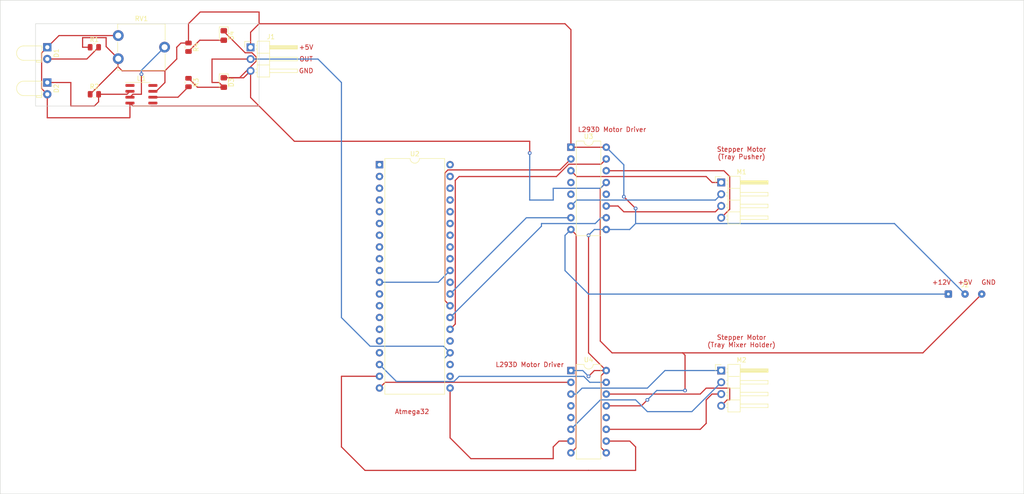
<source format=kicad_pcb>
(kicad_pcb (version 20211014) (generator pcbnew)
  (layers (0 "F.Cu" signal) (31 "B.Cu" signal) (34 "B.Paste" user) (35 "F.Paste" user) (36 "B.SilkS" user "B.Silkscreen") (37 "F.SilkS" user "F.Silkscreen") (38 "B.Mask" user) (39 "F.Mask" user) (44 "Edge.Cuts" user))
  (net 0 "")
  (net 1 "Net-(D3-Pad2)")
  (net 2 "Net-(D1-Pad2)")
  (net 3 "Net-(D2-Pad1)")
  (net 4 "Net-(R3-Pad2)")
  (net 5 "Net-(D4-Pad2)")
  (net 6 "Net-(RV1-Pad2)")
  (net 20 "Net-(U2-Pad11)")
  (net 27 "Net-(U2-Pad18)")
  (net 28 "Net-(U2-Pad19)")
  (net 29 "Net-(U2-Pad20)")
  (net 30 "Net-(U2-Pad21)")
  (net 34 "Net-(U2-Pad26)")
  (net 35 "Net-(U2-Pad27)")
  (net 36 "Net-(U2-Pad28)")
  (net 37 "Net-(U2-Pad29)")
  (net 48 "+5V")
  (net 49 "Net-(M1-Pad1)")
  (net 52 "Net-(M1-Pad2)")
  (net 53 "+12V")
  (net 54 "Net-(M1-Pad3)")
  (net 56 "GND")
  (net 57 "Net-(M1-Pad4)")
  (net 58 "Net-(M2-Pad1)")
  (net 61 "Net-(M2-Pad2)")
  (net 62 "Net-(M2-Pad3)")
  (net 64 "Net-(M2-Pad4)")
  (footprint "Package_DIP:DIP-40_W15.24mm" (layer "F.Cu") (at 104.73 58.4)
    (fp_text reference "U2" (at 7.62 -2.33) (layer "F.SilkS"))
    (fp_text value "ATmega32L-8P")
    (fp_line (start 1.16 -1.33) (end 1.16 49.59) (layer "F.SilkS") (width 0.12))
    (fp_line (start 6.62 -1.33) (end 1.16 -1.33) (layer "F.SilkS") (width 0.12))
    (fp_line (start 14.08 49.59) (end 14.08 -1.33) (layer "F.SilkS") (width 0.12))
    (fp_line (start 14.08 -1.33) (end 8.62 -1.33) (layer "F.SilkS") (width 0.12))
    (fp_line (start 1.16 49.59) (end 14.08 49.59) (layer "F.SilkS") (width 0.12))
    (fp_arc (start 8.62 -1.33) (mid 7.62 -0.33) (end 6.62 -1.33) (layer "F.SilkS") (width 0.12))
    (pad "1" thru_hole rect (at 0 0) (size 1.6 1.6) (drill 0.8) (layers *.Cu *.Mask))
    (pad "2" thru_hole oval (at 0 2.54) (size 1.6 1.6) (drill 0.8) (layers *.Cu *.Mask))
    (pad "3" thru_hole oval (at 0 5.08) (size 1.6 1.6) (drill 0.8) (layers *.Cu *.Mask))
    (pad "4" thru_hole oval (at 0 7.62) (size 1.6 1.6) (drill 0.8) (layers *.Cu *.Mask))
    (pad "5" thru_hole oval (at 0 10.16) (size 1.6 1.6) (drill 0.8) (layers *.Cu *.Mask))
    (pad "6" thru_hole oval (at 0 12.7) (size 1.6 1.6) (drill 0.8) (layers *.Cu *.Mask))
    (pad "7" thru_hole oval (at 0 15.24) (size 1.6 1.6) (drill 0.8) (layers *.Cu *.Mask))
    (pad "8" thru_hole oval (at 0 17.78) (size 1.6 1.6) (drill 0.8) (layers *.Cu *.Mask))
    (pad "9" thru_hole oval (at 0 20.32) (size 1.6 1.6) (drill 0.8) (layers *.Cu *.Mask))
    (pad "10" thru_hole oval (at 0 22.86) (size 1.6 1.6) (drill 0.8) (layers *.Cu *.Mask))
    (pad "11" thru_hole oval (at 0 25.4) (size 1.6 1.6) (drill 0.8) (layers *.Cu *.Mask) (net 20 "Net-(U2-Pad11)"))
    (pad "12" thru_hole oval (at 0 27.94) (size 1.6 1.6) (drill 0.8) (layers *.Cu *.Mask))
    (pad "13" thru_hole oval (at 0 30.48) (size 1.6 1.6) (drill 0.8) (layers *.Cu *.Mask))
    (pad "14" thru_hole oval (at 0 33.02) (size 1.6 1.6) (drill 0.8) (layers *.Cu *.Mask))
    (pad "15" thru_hole oval (at 0 35.56) (size 1.6 1.6) (drill 0.8) (layers *.Cu *.Mask))
    (pad "16" thru_hole oval (at 0 38.1) (size 1.6 1.6) (drill 0.8) (layers *.Cu *.Mask))
    (pad "17" thru_hole oval (at 0 40.64) (size 1.6 1.6) (drill 0.8) (layers *.Cu *.Mask))
    (pad "18" thru_hole oval (at 0 43.18) (size 1.6 1.6) (drill 0.8) (layers *.Cu *.Mask) (net 27 "Net-(U2-Pad18)"))
    (pad "19" thru_hole oval (at 0 45.72) (size 1.6 1.6) (drill 0.8) (layers *.Cu *.Mask) (net 28 "Net-(U2-Pad19)"))
    (pad "20" thru_hole oval (at 0 48.26) (size 1.6 1.6) (drill 0.8) (layers *.Cu *.Mask) (net 29 "Net-(U2-Pad20)"))
    (pad "21" thru_hole oval (at 15.24 48.26) (size 1.6 1.6) (drill 0.8) (layers *.Cu *.Mask) (net 30 "Net-(U2-Pad21)"))
    (pad "22" thru_hole oval (at 15.24 45.72) (size 1.6 1.6) (drill 0.8) (layers *.Cu *.Mask))
    (pad "23" thru_hole oval (at 15.24 43.18) (size 1.6 1.6) (drill 0.8) (layers *.Cu *.Mask))
    (pad "24" thru_hole oval (at 15.24 40.64) (size 1.6 1.6) (drill 0.8) (layers *.Cu *.Mask) (net 1 "Net-(D3-Pad2)"))
    (pad "25" thru_hole oval (at 15.24 38.1) (size 1.6 1.6) (drill 0.8) (layers *.Cu *.Mask))
    (pad "26" thru_hole oval (at 15.24 35.56) (size 1.6 1.6) (drill 0.8) (layers *.Cu *.Mask) (net 34 "Net-(U2-Pad26)"))
    (pad "27" thru_hole oval (at 15.24 33.02) (size 1.6 1.6) (drill 0.8) (layers *.Cu *.Mask) (net 35 "Net-(U2-Pad27)"))
    (pad "28" thru_hole oval (at 15.24 30.48) (size 1.6 1.6) (drill 0.8) (layers *.Cu *.Mask) (net 36 "Net-(U2-Pad28)"))
    (pad "29" thru_hole oval (at 15.24 27.94) (size 1.6 1.6) (drill 0.8) (layers *.Cu *.Mask) (net 37 "Net-(U2-Pad29)"))
    (pad "30" thru_hole oval (at 15.24 25.4) (size 1.6 1.6) (drill 0.8) (layers *.Cu *.Mask))
    (pad "31" thru_hole oval (at 15.24 22.86) (size 1.6 1.6) (drill 0.8) (layers *.Cu *.Mask) (net 20 "Net-(U2-Pad11)"))
    (pad "32" thru_hole oval (at 15.24 20.32) (size 1.6 1.6) (drill 0.8) (layers *.Cu *.Mask))
    (pad "33" thru_hole oval (at 15.24 17.78) (size 1.6 1.6) (drill 0.8) (layers *.Cu *.Mask))
    (pad "34" thru_hole oval (at 15.24 15.24) (size 1.6 1.6) (drill 0.8) (layers *.Cu *.Mask))
    (pad "35" thru_hole oval (at 15.24 12.7) (size 1.6 1.6) (drill 0.8) (layers *.Cu *.Mask))
    (pad "36" thru_hole oval (at 15.24 10.16) (size 1.6 1.6) (drill 0.8) (layers *.Cu *.Mask))
    (pad "37" thru_hole oval (at 15.24 7.62) (size 1.6 1.6) (drill 0.8) (layers *.Cu *.Mask))
    (pad "38" thru_hole oval (at 15.24 5.08) (size 1.6 1.6) (drill 0.8) (layers *.Cu *.Mask))
    (pad "39" thru_hole oval (at 15.24 2.54) (size 1.6 1.6) (drill 0.8) (layers *.Cu *.Mask))
    (pad "40" thru_hole oval (at 15.24 0) (size 1.6 1.6) (drill 0.8) (layers *.Cu *.Mask))
  )
  (footprint "Resistor_SMD:R_0805_2012Metric" (layer "F.Cu") (at 43.18 43.18)
    (fp_text reference "R2" (at 0 -1.65) (layer "F.SilkS"))
    (fp_text value "330")
    (fp_line (start -0.227064 0.735) (end 0.227064 0.735) (layer "F.SilkS") (width 0.12))
    (fp_line (start -0.227064 -0.735) (end 0.227064 -0.735) (layer "F.SilkS") (width 0.12))
    (pad "1" smd roundrect (at -0.9125 0) (size 1.025 1.4) (layers "F.Cu" "F.Paste" "F.Mask") (roundrect_rratio 0.243902) (net 48 "+5V"))
    (pad "2" smd roundrect (at 0.9125 0) (size 1.025 1.4) (layers "F.Cu" "F.Paste" "F.Mask") (roundrect_rratio 0.243902) (net 3 "Net-(D2-Pad1)"))
  )
  (footprint "Package_SO:SOIC-8_3.9x4.9mm_P1.27mm" (layer "F.Cu") (at 53.34 43.18)
    (fp_text reference "U1" (at 0 -3.4) (layer "F.SilkS"))
    (fp_text value "LM741")
    (fp_line (start 0 2.56) (end 1.95 2.56) (layer "F.SilkS") (width 0.12))
    (fp_line (start 0 2.56) (end -1.95 2.56) (layer "F.SilkS") (width 0.12))
    (fp_line (start 0 -2.56) (end -3.45 -2.56) (layer "F.SilkS") (width 0.12))
    (fp_line (start 0 -2.56) (end 1.95 -2.56) (layer "F.SilkS") (width 0.12))
    (pad "1" smd roundrect (at -2.475 -1.905) (size 1.95 0.6) (layers "F.Cu" "F.Paste" "F.Mask"))
    (pad "2" smd roundrect (at -2.475 -0.635) (size 1.95 0.6) (layers "F.Cu" "F.Paste" "F.Mask") (net 3 "Net-(D2-Pad1)"))
    (pad "3" smd roundrect (at -2.475 0.635) (size 1.95 0.6) (layers "F.Cu" "F.Paste" "F.Mask") (net 6 "Net-(RV1-Pad2)"))
    (pad "4" smd roundrect (at -2.475 1.905) (size 1.95 0.6) (layers "F.Cu" "F.Paste" "F.Mask") (net 56 "GND"))
    (pad "5" smd roundrect (at 2.475 1.905) (size 1.95 0.6) (layers "F.Cu" "F.Paste" "F.Mask"))
    (pad "6" smd roundrect (at 2.475 0.635) (size 1.95 0.6) (layers "F.Cu" "F.Paste" "F.Mask") (net 4 "Net-(R3-Pad2)"))
    (pad "7" smd roundrect (at 2.475 -0.635) (size 1.95 0.6) (layers "F.Cu" "F.Paste" "F.Mask") (net 48 "+5V"))
    (pad "8" smd roundrect (at 2.475 -1.905) (size 1.95 0.6) (layers "F.Cu" "F.Paste" "F.Mask"))
  )
  (footprint "Package_DIP:DIP-16_W7.62mm" (layer "F.Cu") (at 146.06 54.625)
    (fp_text reference "U3" (at 3.81 -2.33) (layer "F.SilkS"))
    (fp_text value "L293D")
    (fp_line (start 2.81 -1.33) (end 1.16 -1.33) (layer "F.SilkS") (width 0.12))
    (fp_line (start 6.46 -1.33) (end 4.81 -1.33) (layer "F.SilkS") (width 0.12))
    (fp_line (start 1.16 -1.33) (end 1.16 19.11) (layer "F.SilkS") (width 0.12))
    (fp_line (start 1.16 19.11) (end 6.46 19.11) (layer "F.SilkS") (width 0.12))
    (fp_line (start 6.46 19.11) (end 6.46 -1.33) (layer "F.SilkS") (width 0.12))
    (fp_arc (start 4.81 -1.33) (mid 3.81 -0.33) (end 2.81 -1.33) (layer "F.SilkS") (width 0.12))
    (pad "1" thru_hole rect (at 0 0) (size 1.6 1.6) (drill 0.8) (layers *.Cu *.Mask) (net 48 "+5V"))
    (pad "2" thru_hole oval (at 0 2.54) (size 1.6 1.6) (drill 0.8) (layers *.Cu *.Mask) (net 36 "Net-(U2-Pad28)"))
    (pad "3" thru_hole oval (at 0 5.08) (size 1.6 1.6) (drill 0.8) (layers *.Cu *.Mask) (net 49 "Net-(M1-Pad1)"))
    (pad "4" thru_hole oval (at 0 7.62) (size 1.6 1.6) (drill 0.8) (layers *.Cu *.Mask))
    (pad "5" thru_hole oval (at 0 10.16) (size 1.6 1.6) (drill 0.8) (layers *.Cu *.Mask))
    (pad "6" thru_hole oval (at 0 12.7) (size 1.6 1.6) (drill 0.8) (layers *.Cu *.Mask) (net 52 "Net-(M1-Pad2)"))
    (pad "7" thru_hole oval (at 0 15.24) (size 1.6 1.6) (drill 0.8) (layers *.Cu *.Mask) (net 37 "Net-(U2-Pad29)"))
    (pad "8" thru_hole oval (at 0 17.78) (size 1.6 1.6) (drill 0.8) (layers *.Cu *.Mask) (net 53 "+12V"))
    (pad "9" thru_hole oval (at 7.62 17.78) (size 1.6 1.6) (drill 0.8) (layers *.Cu *.Mask) (net 48 "+5V"))
    (pad "10" thru_hole oval (at 7.62 15.24) (size 1.6 1.6) (drill 0.8) (layers *.Cu *.Mask) (net 35 "Net-(U2-Pad27)"))
    (pad "11" thru_hole oval (at 7.62 12.7) (size 1.6 1.6) (drill 0.8) (layers *.Cu *.Mask) (net 54 "Net-(M1-Pad3)"))
    (pad "12" thru_hole oval (at 7.62 10.16) (size 1.6 1.6) (drill 0.8) (layers *.Cu *.Mask))
    (pad "13" thru_hole oval (at 7.62 7.62) (size 1.6 1.6) (drill 0.8) (layers *.Cu *.Mask) (net 56 "GND"))
    (pad "14" thru_hole oval (at 7.62 5.08) (size 1.6 1.6) (drill 0.8) (layers *.Cu *.Mask) (net 57 "Net-(M1-Pad4)"))
    (pad "15" thru_hole oval (at 7.62 2.54) (size 1.6 1.6) (drill 0.8) (layers *.Cu *.Mask) (net 34 "Net-(U2-Pad26)"))
    (pad "16" thru_hole oval (at 7.62 0) (size 1.6 1.6) (drill 0.8) (layers *.Cu *.Mask) (net 48 "+5V"))
  )
  (footprint "Resistor_SMD:R_0805_2012Metric" (layer "F.Cu") (at 63.5 33.02 -90)
    (fp_text reference "R4" (at 0 -1.65 90) (layer "F.SilkS"))
    (fp_text value "330")
    (fp_line (start -0.227064 0.735) (end 0.227064 0.735) (layer "F.SilkS") (width 0.12))
    (fp_line (start -0.227064 -0.735) (end 0.227064 -0.735) (layer "F.SilkS") (width 0.12))
    (pad "1" smd roundrect (at -0.9125 0 270) (size 1.025 1.4) (layers "F.Cu" "F.Paste" "F.Mask") (roundrect_rratio 0.243902) (net 48 "+5V"))
    (pad "2" smd roundrect (at 0.9125 0 270) (size 1.025 1.4) (layers "F.Cu" "F.Paste" "F.Mask") (roundrect_rratio 0.243902) (net 5 "Net-(D4-Pad2)"))
  )
  (footprint "LED_THT:LED_D3.0mm_Horizontal_O1.27mm_Z2.0mm" (layer "F.Cu") (at 33.02 33.02 -90)
    (fp_text reference "D1" (at 1.27 -1.96 90) (layer "F.SilkS"))
    (fp_text value "IR_LED")
    (fp_line (start -0.29 1.21) (end -0.29 5.07) (layer "F.SilkS") (width 0.12))
    (fp_line (start 2.54 1.08) (end 2.54 1.08) (layer "F.SilkS") (width 0.12))
    (fp_line (start 2.54 1.21) (end 2.54 1.21) (layer "F.SilkS") (width 0.12))
    (fp_line (start 0 1.08) (end 0 1.21) (layer "F.SilkS") (width 0.12))
    (fp_line (start 2.83 1.21) (end 2.83 5.07) (layer "F.SilkS") (width 0.12))
    (fp_line (start 2.83 2.33) (end 2.83 1.21) (layer "F.SilkS") (width 0.12))
    (fp_line (start 3.23 2.33) (end 2.83 2.33) (layer "F.SilkS") (width 0.12))
    (fp_line (start 3.23 1.21) (end 3.23 2.33) (layer "F.SilkS") (width 0.12))
    (fp_line (start -0.29 1.21) (end 2.83 1.21) (layer "F.SilkS") (width 0.12))
    (fp_line (start 2.54 1.21) (end 2.54 1.08) (layer "F.SilkS") (width 0.12))
    (fp_line (start 0 1.21) (end 0 1.21) (layer "F.SilkS") (width 0.12))
    (fp_line (start 2.54 1.08) (end 2.54 1.21) (layer "F.SilkS") (width 0.12))
    (fp_line (start 0 1.21) (end 0 1.08) (layer "F.SilkS") (width 0.12))
    (fp_line (start 2.83 1.21) (end 3.23 1.21) (layer "F.SilkS") (width 0.12))
    (fp_line (start 0 1.08) (end 0 1.08) (layer "F.SilkS") (width 0.12))
    (fp_arc (start 2.83 5.07) (mid 1.27 6.63) (end -0.29 5.07) (layer "F.SilkS") (width 0.12))
    (pad "1" thru_hole rect (at 0 0 270) (size 1.8 1.8) (drill 0.9) (layers *.Cu *.Mask) (net 56 "GND"))
    (pad "2" thru_hole circle (at 2.54 0 270) (size 1.8 1.8) (drill 0.9) (layers *.Cu *.Mask) (net 2 "Net-(D1-Pad2)"))
  )
  (footprint "Resistor_SMD:R_0805_2012Metric" (layer "F.Cu") (at 43.18 33.02)
    (fp_text reference "R1" (at 0 -1.65) (layer "F.SilkS"))
    (fp_text value "330")
    (fp_line (start -0.227064 0.735) (end 0.227064 0.735) (layer "F.SilkS") (width 0.12))
    (fp_line (start -0.227064 -0.735) (end 0.227064 -0.735) (layer "F.SilkS") (width 0.12))
    (pad "1" smd roundrect (at -0.9125 0) (size 1.025 1.4) (layers "F.Cu" "F.Paste" "F.Mask") (roundrect_rratio 0.243902) (net 48 "+5V"))
    (pad "2" smd roundrect (at 0.9125 0) (size 1.025 1.4) (layers "F.Cu" "F.Paste" "F.Mask") (roundrect_rratio 0.243902) (net 2 "Net-(D1-Pad2)"))
  )
  (footprint "Package_DIP:DIP-16_W7.62mm" (layer "F.Cu") (at 146.06 102.885)
    (fp_text reference "U4" (at 3.81 -2.33) (layer "F.SilkS"))
    (fp_text value "L293D")
    (fp_line (start 6.46 19.11) (end 6.46 -1.33) (layer "F.SilkS") (width 0.12))
    (fp_line (start 1.16 19.11) (end 6.46 19.11) (layer "F.SilkS") (width 0.12))
    (fp_line (start 6.46 -1.33) (end 4.81 -1.33) (layer "F.SilkS") (width 0.12))
    (fp_line (start 1.16 -1.33) (end 1.16 19.11) (layer "F.SilkS") (width 0.12))
    (fp_line (start 2.81 -1.33) (end 1.16 -1.33) (layer "F.SilkS") (width 0.12))
    (fp_arc (start 4.81 -1.33) (mid 3.81 -0.33) (end 2.81 -1.33) (layer "F.SilkS") (width 0.12))
    (pad "1" thru_hole rect (at 0 0) (size 1.6 1.6) (drill 0.8) (layers *.Cu *.Mask) (net 48 "+5V"))
    (pad "2" thru_hole oval (at 0 2.54) (size 1.6 1.6) (drill 0.8) (layers *.Cu *.Mask) (net 29 "Net-(U2-Pad20)"))
    (pad "3" thru_hole oval (at 0 5.08) (size 1.6 1.6) (drill 0.8) (layers *.Cu *.Mask) (net 58 "Net-(M2-Pad1)"))
    (pad "4" thru_hole oval (at 0 7.62) (size 1.6 1.6) (drill 0.8) (layers *.Cu *.Mask))
    (pad "5" thru_hole oval (at 0 10.16) (size 1.6 1.6) (drill 0.8) (layers *.Cu *.Mask))
    (pad "6" thru_hole oval (at 0 12.7) (size 1.6 1.6) (drill 0.8) (layers *.Cu *.Mask) (net 61 "Net-(M2-Pad2)"))
    (pad "7" thru_hole oval (at 0 15.24) (size 1.6 1.6) (drill 0.8) (layers *.Cu *.Mask) (net 30 "Net-(U2-Pad21)"))
    (pad "8" thru_hole oval (at 0 17.78) (size 1.6 1.6) (drill 0.8) (layers *.Cu *.Mask) (net 53 "+12V"))
    (pad "9" thru_hole oval (at 7.62 17.78) (size 1.6 1.6) (drill 0.8) (layers *.Cu *.Mask) (net 48 "+5V"))
    (pad "10" thru_hole oval (at 7.62 15.24) (size 1.6 1.6) (drill 0.8) (layers *.Cu *.Mask) (net 28 "Net-(U2-Pad19)"))
    (pad "11" thru_hole oval (at 7.62 12.7) (size 1.6 1.6) (drill 0.8) (layers *.Cu *.Mask) (net 62 "Net-(M2-Pad3)"))
    (pad "12" thru_hole oval (at 7.62 10.16) (size 1.6 1.6) (drill 0.8) (layers *.Cu *.Mask))
    (pad "13" thru_hole oval (at 7.62 7.62) (size 1.6 1.6) (drill 0.8) (layers *.Cu *.Mask) (net 56 "GND"))
    (pad "14" thru_hole oval (at 7.62 5.08) (size 1.6 1.6) (drill 0.8) (layers *.Cu *.Mask) (net 64 "Net-(M2-Pad4)"))
    (pad "15" thru_hole oval (at 7.62 2.54) (size 1.6 1.6) (drill 0.8) (layers *.Cu *.Mask) (net 27 "Net-(U2-Pad18)"))
    (pad "16" thru_hole oval (at 7.62 0) (size 1.6 1.6) (drill 0.8) (layers *.Cu *.Mask) (net 48 "+5V"))
  )
  (footprint "Connector_PinHeader_2.54mm:PinHeader_1x03_P2.54mm_Horizontal" (layer "F.Cu") (at 76.905 33.035)
    (fp_text reference "J1" (at 4.385 -2.27) (layer "F.SilkS"))
    (fp_text value "Conn_01x03_Female")
    (fp_line (start 10.1 5.46) (end 4.1 5.46) (layer "F.SilkS") (width 0.12))
    (fp_line (start 10.1 2.92) (end 4.1 2.92) (layer "F.SilkS") (width 0.12))
    (fp_line (start 1.11 0.38) (end 1.44 0.38) (layer "F.SilkS") (width 0.12))
    (fp_line (start 1.44 6.41) (end 4.1 6.41) (layer "F.SilkS") (width 0.12))
    (fp_line (start 1.042929 2.16) (end 1.44 2.16) (layer "F.SilkS") (width 0.12))
    (fp_line (start 4.1 -0.38) (end 10.1 -0.38) (layer "F.SilkS") (width 0.12))
    (fp_line (start 1.042929 2.92) (end 1.44 2.92) (layer "F.SilkS") (width 0.12))
    (fp_line (start 4.1 0.16) (end 10.1 0.16) (layer "F.SilkS") (width 0.12))
    (fp_line (start 1.44 -1.33) (end 1.44 6.41) (layer "F.SilkS") (width 0.12))
    (fp_line (start 4.1 2.16) (end 10.1 2.16) (layer "F.SilkS") (width 0.12))
    (fp_line (start 10.1 -0.38) (end 10.1 0.38) (layer "F.SilkS") (width 0.12))
    (fp_line (start 1.042929 4.7) (end 1.44 4.7) (layer "F.SilkS") (width 0.12))
    (fp_line (start -1.27 0) (end -1.27 -1.27) (layer "F.SilkS") (width 0.12))
    (fp_line (start 1.11 -0.38) (end 1.44 -0.38) (layer "F.SilkS") (width 0.12))
    (fp_line (start 4.1 0.28) (end 10.1 0.28) (layer "F.SilkS") (width 0.12))
    (fp_line (start 4.1 -0.32) (end 10.1 -0.32) (layer "F.SilkS") (width 0.12))
    (fp_line (start 4.1 -1.33) (end 1.44 -1.33) (layer "F.SilkS") (width 0.12))
    (fp_line (start 4.1 6.41) (end 4.1 -1.33) (layer "F.SilkS") (width 0.12))
    (fp_line (start 10.1 0.38) (end 4.1 0.38) (layer "F.SilkS") (width 0.12))
    (fp_line (start 1.042929 5.46) (end 1.44 5.46) (layer "F.SilkS") (width 0.12))
    (fp_line (start 4.1 -0.08) (end 10.1 -0.08) (layer "F.SilkS") (width 0.12))
    (fp_line (start 4.1 0.04) (end 10.1 0.04) (layer "F.SilkS") (width 0.12))
    (fp_line (start 1.44 3.81) (end 4.1 3.81) (layer "F.SilkS") (width 0.12))
    (fp_line (start -1.27 -1.27) (end 0 -1.27) (layer "F.SilkS") (width 0.12))
    (fp_line (start 10.1 4.7) (end 10.1 5.46) (layer "F.SilkS") (width 0.12))
    (fp_line (start 1.44 1.27) (end 4.1 1.27) (layer "F.SilkS") (width 0.12))
    (fp_line (start 4.1 4.7) (end 10.1 4.7) (layer "F.SilkS") (width 0.12))
    (fp_line (start 4.1 -0.2) (end 10.1 -0.2) (layer "F.SilkS") (width 0.12))
    (fp_line (start 10.1 2.16) (end 10.1 2.92) (layer "F.SilkS") (width 0.12))
    (pad "1" thru_hole rect (at 0 0) (size 1.7 1.7) (drill 1) (layers *.Cu *.Mask) (net 48 "+5V"))
    (pad "2" thru_hole oval (at 0 2.54) (size 1.7 1.7) (drill 1) (layers *.Cu *.Mask) (net 1 "Net-(D3-Pad2)"))
    (pad "3" thru_hole oval (at 0 5.08) (size 1.7 1.7) (drill 1) (layers *.Cu *.Mask) (net 56 "GND"))
  )
  (footprint "Connector_PinHeader_2.54mm:PinHeader_1x04_P2.54mm_Horizontal" (layer "F.Cu") (at 178.505 62.24)
    (fp_text reference "M1" (at 4.385 -2.27) (layer "F.SilkS"))
    (fp_text value "Stepper_Motor_bipolar")
    (fp_line (start 4.1 0.04) (end 10.1 0.04) (layer "F.SilkS") (width 0.12))
    (fp_line (start 1.042929 8) (end 1.44 8) (layer "F.SilkS") (width 0.12))
    (fp_line (start 10.1 2.16) (end 10.1 2.92) (layer "F.SilkS") (width 0.12))
    (fp_line (start 1.042929 7.24) (end 1.44 7.24) (layer "F.SilkS") (width 0.12))
    (fp_line (start 1.44 1.27) (end 4.1 1.27) (layer "F.SilkS") (width 0.12))
    (fp_line (start 1.042929 4.7) (end 1.44 4.7) (layer "F.SilkS") (width 0.12))
    (fp_line (start 4.1 0.16) (end 10.1 0.16) (layer "F.SilkS") (width 0.12))
    (fp_line (start 4.1 -0.32) (end 10.1 -0.32) (layer "F.SilkS") (width 0.12))
    (fp_line (start 4.1 4.7) (end 10.1 4.7) (layer "F.SilkS") (width 0.12))
    (fp_line (start 10.1 -0.38) (end 10.1 0.38) (layer "F.SilkS") (width 0.12))
    (fp_line (start 10.1 7.24) (end 10.1 8) (layer "F.SilkS") (width 0.12))
    (fp_line (start 1.042929 2.92) (end 1.44 2.92) (layer "F.SilkS") (width 0.12))
    (fp_line (start 10.1 0.38) (end 4.1 0.38) (layer "F.SilkS") (width 0.12))
    (fp_line (start 1.11 0.38) (end 1.44 0.38) (layer "F.SilkS") (width 0.12))
    (fp_line (start 1.44 3.81) (end 4.1 3.81) (layer "F.SilkS") (width 0.12))
    (fp_line (start 10.1 5.46) (end 4.1 5.46) (layer "F.SilkS") (width 0.12))
    (fp_line (start 4.1 -1.33) (end 1.44 -1.33) (layer "F.SilkS") (width 0.12))
    (fp_line (start 1.042929 5.46) (end 1.44 5.46) (layer "F.SilkS") (width 0.12))
    (fp_line (start 4.1 -0.08) (end 10.1 -0.08) (layer "F.SilkS") (width 0.12))
    (fp_line (start 1.44 8.95) (end 4.1 8.95) (layer "F.SilkS") (width 0.12))
    (fp_line (start 4.1 8.95) (end 4.1 -1.33) (layer "F.SilkS") (width 0.12))
    (fp_line (start 4.1 7.24) (end 10.1 7.24) (layer "F.SilkS") (width 0.12))
    (fp_line (start 1.44 6.35) (end 4.1 6.35) (layer "F.SilkS") (width 0.12))
    (fp_line (start 4.1 2.16) (end 10.1 2.16) (layer "F.SilkS") (width 0.12))
    (fp_line (start 10.1 4.7) (end 10.1 5.46) (layer "F.SilkS") (width 0.12))
    (fp_line (start 10.1 2.92) (end 4.1 2.92) (layer "F.SilkS") (width 0.12))
    (fp_line (start 1.11 -0.38) (end 1.44 -0.38) (layer "F.SilkS") (width 0.12))
    (fp_line (start 4.1 -0.38) (end 10.1 -0.38) (layer "F.SilkS") (width 0.12))
    (fp_line (start 1.042929 2.16) (end 1.44 2.16) (layer "F.SilkS") (width 0.12))
    (fp_line (start 4.1 -0.2) (end 10.1 -0.2) (layer "F.SilkS") (width 0.12))
    (fp_line (start 1.44 -1.33) (end 1.44 8.95) (layer "F.SilkS") (width 0.12))
    (fp_line (start -1.27 -1.27) (end 0 -1.27) (layer "F.SilkS") (width 0.12))
    (fp_line (start 4.1 0.28) (end 10.1 0.28) (layer "F.SilkS") (width 0.12))
    (fp_line (start -1.27 0) (end -1.27 -1.27) (layer "F.SilkS") (width 0.12))
    (fp_line (start 10.1 8) (end 4.1 8) (layer "F.SilkS") (width 0.12))
    (pad "1" thru_hole rect (at 0 0) (size 1.7 1.7) (drill 1) (layers *.Cu *.Mask) (net 49 "Net-(M1-Pad1)"))
    (pad "2" thru_hole oval (at 0 2.54) (size 1.7 1.7) (drill 1) (layers *.Cu *.Mask) (net 52 "Net-(M1-Pad2)"))
    (pad "3" thru_hole oval (at 0 5.08) (size 1.7 1.7) (drill 1) (layers *.Cu *.Mask) (net 54 "Net-(M1-Pad3)"))
    (pad "4" thru_hole oval (at 0 7.62) (size 1.7 1.7) (drill 1) (layers *.Cu *.Mask) (net 57 "Net-(M1-Pad4)"))
  )
  (footprint "Potentiometer_THT:Potentiometer_ACP_CA9-V10_Vertical_Hole" (layer "F.Cu") (at 48.34 35.495)
    (fp_text reference "RV1" (at 5 -8.65) (layer "F.SilkS"))
    (fp_text value "10k_POT")
    (fp_line (start 10.12 -7.521) (end 10.12 -3.925) (layer "F.SilkS") (width 0.12))
    (fp_line (start -0.12 -3.574) (end -0.12 -1.425) (layer "F.SilkS") (width 0.12))
    (fp_line (start -0.12 1.425) (end -0.12 2.52) (layer "F.SilkS") (width 0.12))
    (fp_line (start 10.12 -1.075) (end 10.12 2.52) (layer "F.SilkS") (width 0.12))
    (fp_line (start -0.12 2.52) (end 10.12 2.52) (layer "F.SilkS") (width 0.12))
    (fp_line (start -0.12 -7.521) (end -0.12 -6.426) (layer "F.SilkS") (width 0.12))
    (fp_line (start -0.12 -7.521) (end 10.12 -7.521) (layer "F.SilkS") (width 0.12))
    (pad "" np_thru_hole circle (at 5 -2.5) (size 4 4) (drill 4) (layers *.Cu *.Mask))
    (pad "1" thru_hole circle (at 0 0) (size 2.34 2.34) (drill 1.3) (layers *.Cu *.Mask) (net 48 "+5V"))
    (pad "2" thru_hole circle (at 10 -2.5) (size 2.34 2.34) (drill 1.3) (layers *.Cu *.Mask) (net 6 "Net-(RV1-Pad2)"))
    (pad "3" thru_hole circle (at 0 -5) (size 2.34 2.34) (drill 1.3) (layers *.Cu *.Mask) (net 56 "GND"))
  )
  (footprint "Connector_PinHeader_2.54mm:PinHeader_1x04_P2.54mm_Horizontal" (layer "F.Cu") (at 178.505 102.88)
    (fp_text reference "M2" (at 4.385 -2.27) (layer "F.SilkS"))
    (fp_text value "Stepper_Motor_bipolar")
    (fp_line (start 1.44 -1.33) (end 1.44 8.95) (layer "F.SilkS") (width 0.12))
    (fp_line (start 10.1 -0.38) (end 10.1 0.38) (layer "F.SilkS") (width 0.12))
    (fp_line (start 4.1 -0.2) (end 10.1 -0.2) (layer "F.SilkS") (width 0.12))
    (fp_line (start 4.1 -0.08) (end 10.1 -0.08) (layer "F.SilkS") (width 0.12))
    (fp_line (start 10.1 8) (end 4.1 8) (layer "F.SilkS") (width 0.12))
    (fp_line (start 10.1 5.46) (end 4.1 5.46) (layer "F.SilkS") (width 0.12))
    (fp_line (start 10.1 2.16) (end 10.1 2.92) (layer "F.SilkS") (width 0.12))
    (fp_line (start 1.11 0.38) (end 1.44 0.38) (layer "F.SilkS") (width 0.12))
    (fp_line (start 1.11 -0.38) (end 1.44 -0.38) (layer "F.SilkS") (width 0.12))
    (fp_line (start 1.44 3.81) (end 4.1 3.81) (layer "F.SilkS") (width 0.12))
    (fp_line (start 10.1 2.92) (end 4.1 2.92) (layer "F.SilkS") (width 0.12))
    (fp_line (start 10.1 7.24) (end 10.1 8) (layer "F.SilkS") (width 0.12))
    (fp_line (start 4.1 0.28) (end 10.1 0.28) (layer "F.SilkS") (width 0.12))
    (fp_line (start 1.44 6.35) (end 4.1 6.35) (layer "F.SilkS") (width 0.12))
    (fp_line (start 1.042929 2.16) (end 1.44 2.16) (layer "F.SilkS") (width 0.12))
    (fp_line (start 1.042929 8) (end 1.44 8) (layer "F.SilkS") (width 0.12))
    (fp_line (start 4.1 -0.38) (end 10.1 -0.38) (layer "F.SilkS") (width 0.12))
    (fp_line (start -1.27 0) (end -1.27 -1.27) (layer "F.SilkS") (width 0.12))
    (fp_line (start 4.1 -1.33) (end 1.44 -1.33) (layer "F.SilkS") (width 0.12))
    (fp_line (start -1.27 -1.27) (end 0 -1.27) (layer "F.SilkS") (width 0.12))
    (fp_line (start 1.44 8.95) (end 4.1 8.95) (layer "F.SilkS") (width 0.12))
    (fp_line (start 1.042929 4.7) (end 1.44 4.7) (layer "F.SilkS") (width 0.12))
    (fp_line (start 1.042929 5.46) (end 1.44 5.46) (layer "F.SilkS") (width 0.12))
    (fp_line (start 4.1 7.24) (end 10.1 7.24) (layer "F.SilkS") (width 0.12))
    (fp_line (start 4.1 8.95) (end 4.1 -1.33) (layer "F.SilkS") (width 0.12))
    (fp_line (start 4.1 -0.32) (end 10.1 -0.32) (layer "F.SilkS") (width 0.12))
    (fp_line (start 4.1 4.7) (end 10.1 4.7) (layer "F.SilkS") (width 0.12))
    (fp_line (start 4.1 0.04) (end 10.1 0.04) (layer "F.SilkS") (width 0.12))
    (fp_line (start 1.44 1.27) (end 4.1 1.27) (layer "F.SilkS") (width 0.12))
    (fp_line (start 1.042929 7.24) (end 1.44 7.24) (layer "F.SilkS") (width 0.12))
    (fp_line (start 10.1 0.38) (end 4.1 0.38) (layer "F.SilkS") (width 0.12))
    (fp_line (start 4.1 0.16) (end 10.1 0.16) (layer "F.SilkS") (width 0.12))
    (fp_line (start 10.1 4.7) (end 10.1 5.46) (layer "F.SilkS") (width 0.12))
    (fp_line (start 1.042929 2.92) (end 1.44 2.92) (layer "F.SilkS") (width 0.12))
    (fp_line (start 4.1 2.16) (end 10.1 2.16) (layer "F.SilkS") (width 0.12))
    (pad "1" thru_hole rect (at 0 0) (size 1.7 1.7) (drill 1) (layers *.Cu *.Mask) (net 58 "Net-(M2-Pad1)"))
    (pad "2" thru_hole oval (at 0 2.54) (size 1.7 1.7) (drill 1) (layers *.Cu *.Mask) (net 61 "Net-(M2-Pad2)"))
    (pad "3" thru_hole oval (at 0 5.08) (size 1.7 1.7) (drill 1) (layers *.Cu *.Mask) (net 62 "Net-(M2-Pad3)"))
    (pad "4" thru_hole oval (at 0 7.62) (size 1.7 1.7) (drill 1) (layers *.Cu *.Mask) (net 64 "Net-(M2-Pad4)"))
  )
  (footprint "Resistor_SMD:R_0805_2012Metric" (layer "F.Cu") (at 63.5 40.64 -90)
    (fp_text reference "R3" (at 0 -1.65 90) (layer "F.SilkS"))
    (fp_text value "100")
    (fp_line (start -0.227064 0.735) (end 0.227064 0.735) (layer "F.SilkS") (width 0.12))
    (fp_line (start -0.227064 -0.735) (end 0.227064 -0.735) (layer "F.SilkS") (width 0.12))
    (pad "1" smd roundrect (at -0.9125 0 270) (size 1.025 1.4) (layers "F.Cu" "F.Paste" "F.Mask") (roundrect_rratio 0.243902) (net 1 "Net-(D3-Pad2)"))
    (pad "2" smd roundrect (at 0.9125 0 270) (size 1.025 1.4) (layers "F.Cu" "F.Paste" "F.Mask") (roundrect_rratio 0.243902) (net 4 "Net-(R3-Pad2)"))
  )
  (footprint "LED_SMD:LED_0805_2012Metric_Pad1.15x1.40mm_HandSolder" (layer "F.Cu") (at 71.12 40.64 -90)
    (fp_text reference "D3" (at 0 -1.65 90) (layer "F.SilkS"))
    (fp_text value "DUT_LED")
    (fp_line (start 1 -0.96) (end -1.86 -0.96) (layer "F.SilkS") (width 0.12))
    (fp_line (start -1.86 -0.96) (end -1.86 0.96) (layer "F.SilkS") (width 0.12))
    (fp_line (start -1.86 0.96) (end 1 0.96) (layer "F.SilkS") (width 0.12))
    (pad "1" smd roundrect (at -1.025 0 270) (size 1.15 1.4) (layers "F.Cu" "F.Paste" "F.Mask") (roundrect_rratio 0.217391) (net 56 "GND"))
    (pad "2" smd roundrect (at 1.025 0 270) (size 1.15 1.4) (layers "F.Cu" "F.Paste" "F.Mask") (roundrect_rratio 0.217391) (net 1 "Net-(D3-Pad2)"))
  )
  (footprint "LED_THT:LED_D3.0mm_Horizontal_O1.27mm_Z2.0mm_IRBlack" (layer "F.Cu") (at 33.02 40.64 -90)
    (fp_text reference "D2" (at 1.27 -1.96 90) (layer "F.SilkS"))
    (fp_text value "D_Photo")
    (fp_line (start 2.54 1.08) (end 2.54 1.08) (layer "F.SilkS") (width 0.12))
    (fp_line (start -0.29 1.21) (end 2.83 1.21) (layer "F.SilkS") (width 0.12))
    (fp_line (start 2.83 2.33) (end 2.83 1.21) (layer "F.SilkS") (width 0.12))
    (fp_line (start 0 1.21) (end 0 1.08) (layer "F.SilkS") (width 0.12))
    (fp_line (start 0 1.08) (end 0 1.08) (layer "F.SilkS") (width 0.12))
    (fp_line (start 0 1.21) (end 0 1.21) (layer "F.SilkS") (width 0.12))
    (fp_line (start 2.83 1.21) (end 2.83 5.07) (layer "F.SilkS") (width 0.12))
    (fp_line (start -0.29 1.21) (end -0.29 5.07) (layer "F.SilkS") (width 0.12))
    (fp_line (start 2.83 1.21) (end 3.23 1.21) (layer "F.SilkS") (width 0.12))
    (fp_line (start 2.54 1.21) (end 2.54 1.08) (layer "F.SilkS") (width 0.12))
    (fp_line (start 0 1.08) (end 0 1.21) (layer "F.SilkS") (width 0.12))
    (fp_line (start 3.23 1.21) (end 3.23 2.33) (layer "F.SilkS") (width 0.12))
    (fp_line (start 3.23 2.33) (end 2.83 2.33) (layer "F.SilkS") (width 0.12))
    (fp_line (start 2.54 1.21) (end 2.54 1.21) (layer "F.SilkS") (width 0.12))
    (fp_line (start 2.54 1.08) (end 2.54 1.21) (layer "F.SilkS") (width 0.12))
    (fp_arc (start 2.83 5.07) (mid 1.27 6.63) (end -0.29 5.07) (layer "F.SilkS") (width 0.12))
    (pad "1" thru_hole rect (at 0 0 270) (size 1.8 1.8) (drill 0.9) (layers *.Cu *.Mask) (net 3 "Net-(D2-Pad1)"))
    (pad "2" thru_hole circle (at 2.54 0 270) (size 1.8 1.8) (drill 0.9) (layers *.Cu *.Mask) (net 56 "GND"))
  )
  (footprint "LED_SMD:LED_0805_2012Metric_Pad1.15x1.40mm_HandSolder" (layer "F.Cu") (at 71.12 30.48 -90)
    (fp_text reference "D4" (at 0 -1.65 90) (layer "F.SilkS"))
    (fp_text value "PWR_LED")
    (fp_line (start 1 -0.96) (end -1.86 -0.96) (layer "F.SilkS") (width 0.12))
    (fp_line (start -1.86 0.96) (end 1 0.96) (layer "F.SilkS") (width 0.12))
    (fp_line (start -1.86 -0.96) (end -1.86 0.96) (layer "F.SilkS") (width 0.12))
    (pad "1" smd roundrect (at -1.025 0 270) (size 1.15 1.4) (layers "F.Cu" "F.Paste" "F.Mask") (roundrect_rratio 0.217391) (net 56 "GND"))
    (pad "2" smd roundrect (at 1.025 0 270) (size 1.15 1.4) (layers "F.Cu" "F.Paste" "F.Mask") (roundrect_rratio 0.217391) (net 5 "Net-(D4-Pad2)"))
  )
  (footprint "Connector_Wire:SolderWire-0.1sqmm_1x03_P3.6mm_D0.4mm_OD1mm" (layer "F.Cu") (at 227.54 86.36)
    (fp_text reference "J2" (at 3.6 -2) (layer "F.SilkS"))
    (fp_text value "Conn_01x03_Female")
    (pad "1" thru_hole roundrect (at 0 0) (size 1.6 1.6) (drill 0.6) (layers *.Cu *.Mask) (roundrect_rratio 0.15625) (net 53 "+12V"))
    (pad "2" thru_hole circle (at 3.6 0) (size 1.6 1.6) (drill 0.6) (layers *.Cu *.Mask) (net 48 "+5V"))
    (pad "3" thru_hole circle (at 7.2 0) (size 1.6 1.6) (drill 0.6) (layers *.Cu *.Mask) (net 56 "GND"))
  )
  (gr_rect (start 22.86 22.86) (end 243.84 129.54) (layer "Edge.Cuts") (width 0.1) (fill none))
  (gr_rect (start 30.48 27.94) (end 78.74 45.72) (layer "Edge.Cuts") (width 0.1) (fill none))
  (gr_text "L293D Motor Driver" (at 154.94 50.8) (layer "F.Cu") (effects (font (size 1 1))))
  (gr_text "GND" (at 88.9 38.1) (layer "F.Cu") (effects (font (size 1 1))))
  (gr_text "+12V" (at 226.06 83.82) (layer "F.Cu") (effects (font (size 1 1))))
  (gr_text "L293D Motor Driver" (at 137.16 101.6) (layer "F.Cu") (effects (font (size 1 1))))
  (gr_text "OUT" (at 88.9 35.56) (layer "F.Cu") (effects (font (size 1 1))))
  (gr_text "GND" (at 236.22 83.82) (layer "F.Cu") (effects (font (size 1 1))))
  (gr_text "+5V" (at 231.14 83.82) (layer "F.Cu") (effects (font (size 1 1))))
  (gr_text "Stepper Motor\n(Tray Pusher)" (at 182.88 55.88) (layer "F.Cu") (effects (font (size 1 1))))
  (gr_text "Atmega32" (at 111.76 111.76) (layer "F.Cu") (effects (font (size 1 1))))
  (gr_text "+5V" (at 88.9 33.02) (layer "F.Cu") (effects (font (size 1 1))))
  (gr_text "Stepper Motor\n(Tray Mixer Holder)" (at 182.88 96.52) (layer "F.Cu") (effects (font (size 1 1))))
  (segment (start 68.58 35.56) (end 68.595 35.575) (width 0.25) (layer "F.Cu") (net 1))
  (segment (start 65.4375 41.665) (end 71.12 41.665) (width 0.25) (layer "F.Cu") (net 1))
  (segment (start 71.12 41.665) (end 70.095 40.64) (width 0.25) (layer "F.Cu") (net 1))
  (segment (start 63.5 39.7275) (end 65.4375 41.665) (width 0.25) (layer "F.Cu") (net 1))
  (segment (start 68.595 35.575) (end 76.905 35.575) (width 0.25) (layer "F.Cu") (net 1))
  (segment (start 68.58 40.64) (end 68.58 35.56) (width 0.25) (layer "F.Cu") (net 1))
  (segment (start 70.095 40.64) (end 68.58 40.64) (width 0.25) (layer "F.Cu") (net 1))
  (segment (start 96.52 40.64) (end 96.52 91.44) (width 0.25) (layer "B.Cu") (net 1))
  (segment (start 76.905 35.575) (end 91.455 35.575) (width 0.25) (layer "B.Cu") (net 1))
  (segment (start 118.845489 100.164511) (end 119.97 99.04) (width 0.25) (layer "B.Cu") (net 1))
  (segment (start 118.554511 97.624511) (end 119.97 99.04) (width 0.25) (layer "B.Cu") (net 1))
  (segment (start 102.704511 97.624511) (end 118.554511 97.624511) (width 0.25) (layer "B.Cu") (net 1))
  (segment (start 91.455 35.575) (end 96.52 40.64) (width 0.25) (layer "B.Cu") (net 1))
  (segment (start 96.52 91.44) (end 102.704511 97.624511) (width 0.25) (layer "B.Cu") (net 1))
  (segment (start 41.5525 35.56) (end 44.0925 33.02) (width 0.25) (layer "F.Cu") (net 2))
  (segment (start 33.02 35.56) (end 41.5525 35.56) (width 0.25) (layer "F.Cu") (net 2))
  (segment (start 44.0925 43.18) (end 50.23 43.18) (width 0.25) (layer "F.Cu") (net 3))
  (segment (start 44.0925 44.8075) (end 44.0925 43.18) (width 0.25) (layer "F.Cu") (net 3))
  (segment (start 38.1 45.72) (end 43.18 45.72) (width 0.25) (layer "F.Cu") (net 3))
  (segment (start 43.18 45.72) (end 44.0925 44.8075) (width 0.25) (layer "F.Cu") (net 3))
  (segment (start 38.1 40.64) (end 38.1 45.72) (width 0.25) (layer "F.Cu") (net 3))
  (segment (start 33.02 40.64) (end 38.1 40.64) (width 0.25) (layer "F.Cu") (net 3))
  (segment (start 50.23 43.18) (end 50.865 42.545) (width 0.25) (layer "F.Cu") (net 3))
  (segment (start 61.2375 43.815) (end 63.5 41.5525) (width 0.25) (layer "F.Cu") (net 4))
  (segment (start 55.815 43.815) (end 61.2375 43.815) (width 0.25) (layer "F.Cu") (net 4))
  (segment (start 63.5 33.9325) (end 65.9275 31.505) (width 0.25) (layer "F.Cu") (net 5))
  (segment (start 65.9275 31.505) (end 71.12 31.505) (width 0.25) (layer "F.Cu") (net 5))
  (segment (start 51.5 43.18) (end 53.34 43.18) (width 0.25) (layer "F.Cu") (net 6))
  (segment (start 53.34 43.18) (end 53.34 38.8245) (width 0.25) (layer "F.Cu") (net 6))
  (segment (start 50.865 43.815) (end 51.5 43.18) (width 0.25) (layer "F.Cu") (net 6))
  (via (at 53.34 38.8245) (size 0.8) (drill 0.4) (layers "F.Cu" "B.Cu") (net 6))
  (segment (start 53.34 38.8245) (end 53.34 37.995) (width 0.25) (layer "B.Cu") (net 6))
  (segment (start 53.34 37.995) (end 58.34 32.995) (width 0.25) (layer "B.Cu") (net 6))
  (segment (start 117.43 83.8) (end 119.97 81.26) (width 0.25) (layer "B.Cu") (net 20))
  (segment (start 104.73 83.8) (end 117.43 83.8) (width 0.25) (layer "B.Cu") (net 20))
  (segment (start 121.92 104.14) (end 120.815489 105.244511) (width 0.25) (layer "B.Cu") (net 27))
  (segment (start 120.815489 105.244511) (end 108.394511 105.244511) (width 0.25) (layer "B.Cu") (net 27))
  (segment (start 148.835386 104.14) (end 121.92 104.14) (width 0.25) (layer "B.Cu") (net 27))
  (segment (start 150.120386 105.425) (end 148.835386 104.14) (width 0.25) (layer "B.Cu") (net 27))
  (segment (start 108.394511 105.244511) (end 104.73 101.58) (width 0.25) (layer "B.Cu") (net 27))
  (segment (start 153.68 105.425) (end 150.120386 105.425) (width 0.25) (layer "B.Cu") (net 27))
  (segment (start 96.54 104.12) (end 104.73 104.12) (width 0.25) (layer "F.Cu") (net 28))
  (segment (start 160.02 119.38) (end 160.02 124.46) (width 0.25) (layer "F.Cu") (net 28))
  (segment (start 96.52 119.38) (end 96.52 104.14) (width 0.25) (layer "F.Cu") (net 28))
  (segment (start 153.68 118.125) (end 158.765 118.125) (width 0.25) (layer "F.Cu") (net 28))
  (segment (start 101.6 124.46) (end 96.52 119.38) (width 0.25) (layer "F.Cu") (net 28))
  (segment (start 149.86 124.46) (end 101.6 124.46) (width 0.25) (layer "F.Cu") (net 28))
  (segment (start 160.02 124.46) (end 149.86 124.46) (width 0.25) (layer "F.Cu") (net 28))
  (segment (start 158.765 118.125) (end 160.02 119.38) (width 0.25) (layer "F.Cu") (net 28))
  (segment (start 96.52 104.14) (end 96.54 104.12) (width 0.25) (layer "F.Cu") (net 28))
  (segment (start 146.06 105.425) (end 105.965 105.425) (width 0.25) (layer "F.Cu") (net 29))
  (segment (start 105.965 105.425) (end 104.73 106.66) (width 0.25) (layer "F.Cu") (net 29))
  (segment (start 142.24 119.38) (end 143.495 118.125) (width 0.25) (layer "F.Cu") (net 30))
  (segment (start 119.97 117.43) (end 124.46 121.92) (width 0.25) (layer "F.Cu") (net 30))
  (segment (start 119.97 106.66) (end 119.97 117.43) (width 0.25) (layer "F.Cu") (net 30))
  (segment (start 143.495 118.125) (end 146.06 118.125) (width 0.25) (layer "F.Cu") (net 30))
  (segment (start 142.24 121.92) (end 142.24 119.38) (width 0.25) (layer "F.Cu") (net 30))
  (segment (start 124.46 121.92) (end 142.24 121.92) (width 0.25) (layer "F.Cu") (net 30))
  (segment (start 145.594211 58.289511) (end 142.923722 60.96) (width 0.25) (layer "F.Cu") (net 34))
  (segment (start 153.68 57.165) (end 152.555489 58.289511) (width 0.25) (layer "F.Cu") (net 34))
  (segment (start 152.555489 58.289511) (end 145.594211 58.289511) (width 0.25) (layer "F.Cu") (net 34))
  (segment (start 142.923722 60.96) (end 121.92 60.96) (width 0.25) (layer "F.Cu") (net 34))
  (segment (start 121.094511 92.835489) (end 119.97 93.96) (width 0.25) (layer "F.Cu") (net 34))
  (segment (start 121.92 60.96) (end 121.094511 61.785489) (width 0.25) (layer "F.Cu") (net 34))
  (segment (start 121.094511 61.785489) (end 121.094511 92.835489) (width 0.25) (layer "F.Cu") (net 34))
  (segment (start 152.54863 69.865) (end 151.29363 71.12) (width 0.25) (layer "B.Cu") (net 35))
  (segment (start 139.7 71.69) (end 119.97 91.42) (width 0.25) (layer "B.Cu") (net 35))
  (segment (start 139.7 71.12) (end 139.7 71.69) (width 0.25) (layer "B.Cu") (net 35))
  (segment (start 151.29363 71.12) (end 139.7 71.12) (width 0.25) (layer "B.Cu") (net 35))
  (segment (start 153.68 69.865) (end 152.54863 69.865) (width 0.25) (layer "B.Cu") (net 35))
  (segment (start 146.06 57.165) (end 143.700489 59.524511) (width 0.25) (layer "F.Cu") (net 36))
  (segment (start 119.504211 59.524511) (end 118.845489 60.183233) (width 0.25) (layer "F.Cu") (net 36))
  (segment (start 143.700489 59.524511) (end 119.504211 59.524511) (width 0.25) (layer "F.Cu") (net 36))
  (segment (start 118.845489 60.183233) (end 118.845489 87.755489) (width 0.25) (layer "F.Cu") (net 36))
  (segment (start 118.845489 87.755489) (end 119.97 88.88) (width 0.25) (layer "F.Cu") (net 36))
  (segment (start 146.06 69.865) (end 136.445 69.865) (width 0.25) (layer "B.Cu") (net 37))
  (segment (start 136.445 69.865) (end 119.97 86.34) (width 0.25) (layer "B.Cu") (net 37))
  (segment (start 58.42 40.64) (end 56.515 42.545) (width 0.25) (layer "F.Cu") (net 48))
  (segment (start 144.78 27.94) (end 146.06 29.22) (width 0.25) (layer "F.Cu") (net 48))
  (segment (start 60.96 35.56) (end 60.96 33.02) (width 0.25) (layer "F.Cu") (net 48))
  (segment (start 48.26 35.56) (end 48.325 35.495) (width 0.25) (layer "F.Cu") (net 48))
  (segment (start 48.34 35.495) (end 45.72 32.875) (width 0.25) (layer "F.Cu") (net 48))
  (segment (start 60.96 33.02) (end 61.8725 32.1075) (width 0.25) (layer "F.Cu") (net 48))
  (segment (start 48.26 37.1875) (end 48.26 35.56) (width 0.25) (layer "F.Cu") (net 48))
  (segment (start 153.68 102.885) (end 151.115 102.885) (width 0.25) (layer "F.Cu") (net 48))
  (segment (start 48.26 37.1875) (end 49.1725 38.1) (width 0.25) (layer "F.Cu") (net 48))
  (segment (start 58.42 38.1) (end 60.96 35.56) (width 0.25) (layer "F.Cu") (net 48))
  (segment (start 61.8725 32.1075) (end 63.5 32.1075) (width 0.25) (layer "F.Cu") (net 48))
  (segment (start 153.68 120.665) (end 152.555489 119.540489) (width 0.25) (layer "F.Cu") (net 48))
  (segment (start 151.115 102.885) (end 149.86 104.14) (width 0.25) (layer "F.Cu") (net 48))
  (segment (start 63.5 27.94) (end 66.04 25.4) (width 0.25) (layer "F.Cu") (net 48))
  (segment (start 40.64 30.94452) (end 40.64 33.02) (width 0.25) (layer "F.Cu") (net 48))
  (segment (start 78.74 25.4) (end 78.74 27.94) (width 0.25) (layer "F.Cu") (net 48))
  (segment (start 152.555489 104.009511) (end 153.68 102.885) (width 0.25) (layer "F.Cu") (net 48))
  (segment (start 58.42 38.1) (end 58.42 40.64) (width 0.25) (layer "F.Cu") (net 48))
  (segment (start 146.06 54.625) (end 153.68 54.625) (width 0.25) (layer "F.Cu") (net 48))
  (segment (start 45.72 32.875) (end 45.72 30.94452) (width 0.25) (layer "F.Cu") (net 48))
  (segment (start 152.555489 119.540489) (end 152.555489 104.009511) (width 0.25) (layer "F.Cu") (net 48))
  (segment (start 40.64 33.02) (end 42.2675 33.02) (width 0.25) (layer "F.Cu") (net 48))
  (segment (start 76.905 33.035) (end 76.905 29.775) (width 0.25) (layer "F.Cu") (net 48))
  (segment (start 49.1725 38.1) (end 58.42 38.1) (width 0.25) (layer "F.Cu") (net 48))
  (segment (start 66.04 25.4) (end 78.74 25.4) (width 0.25) (layer "F.Cu") (net 48))
  (segment (start 45.72 30.94452) (end 40.64 30.94452) (width 0.25) (layer "F.Cu") (net 48))
  (segment (start 42.2675 43.18) (end 48.26 37.1875) (width 0.25) (layer "F.Cu") (net 48))
  (segment (start 56.515 42.545) (end 55.815 42.545) (width 0.25) (layer "F.Cu") (net 48))
  (segment (start 63.5 32.1075) (end 63.5 27.94) (width 0.25) (layer "F.Cu") (net 48))
  (segment (start 153.68 102.885) (end 149.86 99.065) (width 0.25) (layer "F.Cu") (net 48))
  (segment (start 78.74 27.94) (end 144.78 27.94) (width 0.25) (layer "F.Cu") (net 48))
  (segment (start 157.48 65.3155) (end 160.02 67.8555) (width 0.25) (layer "F.Cu") (net 48))
  (segment (start 48.325 35.495) (end 48.34 35.495) (width 0.25) (layer "F.Cu") (net 48))
  (segment (start 76.905 29.775) (end 78.74 27.94) (width 0.25) (layer "F.Cu") (net 48))
  (segment (start 149.86 99.065) (end 149.86 73.66) (width 0.25) (layer "F.Cu") (net 48))
  (segment (start 146.06 29.22) (end 146.06 54.625) (width 0.25) (layer "F.Cu") (net 48))
  (via (at 157.48 65.3155) (size 0.8) (drill 0.4) (layers "F.Cu" "B.Cu") (net 48))
  (via (at 160.02 67.8555) (size 0.8) (drill 0.4) (layers "F.Cu" "B.Cu") (net 48))
  (via (at 149.86 104.14) (size 0.8) (drill 0.4) (layers "F.Cu" "B.Cu") (net 48))
  (via (at 149.86 73.66) (size 0.8) (drill 0.4) (layers "F.Cu" "B.Cu") (net 48))
  (segment (start 151.115 72.405) (end 153.68 72.405) (width 0.25) (layer "B.Cu") (net 48))
  (segment (start 160.02 71.12) (end 158.735 72.405) (width 0.25) (layer "B.Cu") (net 48))
  (segment (start 157.48 58.425) (end 157.48 65.3155) (width 0.25) (layer "B.Cu") (net 48))
  (segment (start 153.68 54.625) (end 157.48 58.425) (width 0.25) (layer "B.Cu") (net 48))
  (segment (start 215.9 71.12) (end 160.02 71.12) (width 0.25) (layer "B.Cu") (net 48))
  (segment (start 231.14 86.36) (end 215.9 71.12) (width 0.25) (layer "B.Cu") (net 48))
  (segment (start 148.605 102.885) (end 146.06 102.885) (width 0.25) (layer "B.Cu") (net 48))
  (segment (start 149.86 73.66) (end 151.115 72.405) (width 0.25) (layer "B.Cu") (net 48))
  (segment (start 158.735 72.405) (end 153.68 72.405) (width 0.25) (layer "B.Cu") (net 48))
  (segment (start 149.86 104.14) (end 148.605 102.885) (width 0.25) (layer "B.Cu") (net 48))
  (segment (start 160.02 67.8555) (end 160.02 71.12) (width 0.25) (layer "B.Cu") (net 48))
  (segment (start 146.06 59.705) (end 147.315 60.96) (width 0.25) (layer "F.Cu") (net 49))
  (segment (start 176.54 62.24) (end 178.505 62.24) (width 0.25) (layer "F.Cu") (net 49))
  (segment (start 175.26 60.96) (end 176.54 62.24) (width 0.25) (layer "F.Cu") (net 49))
  (segment (start 147.315 60.96) (end 175.26 60.96) (width 0.25) (layer "F.Cu") (net 49))
  (segment (start 177.245 66.04) (end 178.505 64.78) (width 0.25) (layer "B.Cu") (net 52))
  (segment (start 146.06 67.325) (end 147.345 66.04) (width 0.25) (layer "B.Cu") (net 52))
  (segment (start 147.345 66.04) (end 177.245 66.04) (width 0.25) (layer "B.Cu") (net 52))
  (segment (start 147.184511 119.540489) (end 147.184511 73.529511) (width 0.25) (layer "F.Cu") (net 53))
  (segment (start 147.184511 73.529511) (end 146.06 72.405) (width 0.25) (layer "F.Cu") (net 53))
  (segment (start 146.06 120.665) (end 147.184511 119.540489) (width 0.25) (layer "F.Cu") (net 53))
  (segment (start 227.54 86.36) (end 149.86 86.36) (width 0.25) (layer "B.Cu") (net 53))
  (segment (start 144.805 73.66) (end 146.06 72.405) (width 0.25) (layer "B.Cu") (net 53))
  (segment (start 144.78 81.28) (end 144.78 73.66) (width 0.25) (layer "B.Cu") (net 53))
  (segment (start 144.78 73.66) (end 144.805 73.66) (width 0.25) (layer "B.Cu") (net 53))
  (segment (start 149.86 86.36) (end 144.78 81.28) (width 0.25) (layer "B.Cu") (net 53))
  (segment (start 157.48 68.58) (end 177.245 68.58) (width 0.25) (layer "F.Cu") (net 54))
  (segment (start 153.68 67.325) (end 156.225 67.325) (width 0.25) (layer "F.Cu") (net 54))
  (segment (start 156.225 67.325) (end 157.48 68.58) (width 0.25) (layer "F.Cu") (net 54))
  (segment (start 177.245 68.58) (end 178.505 67.32) (width 0.25) (layer "F.Cu") (net 54))
  (segment (start 33.02 33.02) (end 35.545 30.495) (width 0.25) (layer "F.Cu") (net 56))
  (segment (start 71.12 39.615) (end 75.405 39.615) (width 0.25) (layer "F.Cu") (net 56))
  (segment (start 154.94 99.06) (end 152.4 96.52) (width 0.25) (layer "F.Cu") (net 56))
  (segment (start 71.12 29.599022) (end 71.12 29.455) (width 0.25) (layer "F.Cu") (net 56))
  (segment (start 33.02 33.02) (end 31.795489 34.244511) (width 0.25) (layer "F.Cu") (net 56))
  (segment (start 75.405 39.615) (end 76.905 38.115) (width 0.25) (layer "F.Cu") (net 56))
  (segment (start 153.68 110.505) (end 161.275 110.505) (width 0.25) (layer "F.Cu") (net 56))
  (segment (start 33.02 48.26) (end 50.8 48.26) (width 0.25) (layer "F.Cu") (net 56))
  (segment (start 74.52601 39.615) (end 78.079511 36.061499) (width 0.25) (layer "F.Cu") (net 56))
  (segment (start 33.02 43.18) (end 33.02 48.26) (width 0.25) (layer "F.Cu") (net 56))
  (segment (start 152.425 63.5) (end 153.68 62.245) (width 0.25) (layer "F.Cu") (net 56))
  (segment (start 170.6923 107.192299) (end 170.6923 99.5723) (width 0.25) (layer "F.Cu") (net 56))
  (segment (start 50.865 45.085) (end 51.5 45.72) (width 0.25) (layer "F.Cu") (net 56))
  (segment (start 170.18 99.06) (end 154.94 99.06) (width 0.25) (layer "F.Cu") (net 56))
  (segment (start 76.905 38.115) (end 76.905 43.885) (width 0.25) (layer "F.Cu") (net 56))
  (segment (start 77.200521 34.209511) (end 75.730489 34.209511) (width 0.25) (layer "F.Cu") (net 56))
  (segment (start 31.795489 41.955489) (end 33.02 43.18) (width 0.25) (layer "F.Cu") (net 56))
  (segment (start 78.74 45.72) (end 86.36 53.34) (width 0.25) (layer "F.Cu") (net 56))
  (segment (start 76.905 43.885) (end 78.74 45.72) (width 0.25) (layer "F.Cu") (net 56))
  (segment (start 50.8 48.26) (end 50.865 48.195) (width 0.25) (layer "F.Cu") (net 56))
  (segment (start 152.4 63.5) (end 152.425 63.5) (width 0.25) (layer "F.Cu") (net 56))
  (segment (start 51.5 45.72) (end 78.74 45.72) (width 0.25) (layer "F.Cu") (net 56))
  (segment (start 71.12 39.615) (end 74.52601 39.615) (width 0.25) (layer "F.Cu") (net 56))
  (segment (start 222.04 99.06) (end 170.18 99.06) (width 0.25) (layer "F.Cu") (net 56))
  (segment (start 31.795489 34.244511) (end 31.795489 41.955489) (width 0.25) (layer "F.Cu") (net 56))
  (segment (start 50.865 48.195) (end 50.865 45.085) (width 0.25) (layer "F.Cu") (net 56))
  (segment (start 35.545 30.495) (end 48.34 30.495) (width 0.25) (layer "F.Cu") (net 56))
  (segment (start 86.36 53.34) (end 137.16 53.34) (width 0.25) (layer "F.Cu") (net 56))
  (segment (start 78.079511 36.061499) (end 78.079511 35.088501) (width 0.25) (layer "F.Cu") (net 56))
  (segment (start 75.730489 34.209511) (end 71.12 29.599022) (width 0.25) (layer "F.Cu") (net 56))
  (segment (start 137.16 53.34) (end 137.16 55.88) (width 0.25) (layer "F.Cu") (net 56))
  (segment (start 170.6923 99.5723) (end 170.18 99.06) (width 0.25) (layer "F.Cu") (net 56))
  (segment (start 234.74 86.36) (end 222.04 99.06) (width 0.25) (layer "F.Cu") (net 56))
  (segment (start 152.4 96.52) (end 152.4 63.5) (width 0.25) (layer "F.Cu") (net 56))
  (segment (start 78.079511 35.088501) (end 77.200521 34.209511) (width 0.25) (layer "F.Cu") (net 56))
  (segment (start 161.275 110.505) (end 162.56 109.22) (width 0.25) (layer "F.Cu") (net 56))
  (via (at 137.16 55.88) (size 0.8) (drill 0.4) (layers "F.Cu" "B.Cu") (net 56))
  (via (at 162.56 109.22) (size 0.8) (drill 0.4) (layers "F.Cu" "B.Cu") (net 56))
  (via (at 170.6923 107.192299) (size 0.8) (drill 0.4) (layers "F.Cu" "B.Cu") (net 56))
  (segment (start 137.16 55.88) (end 137.16 66.04) (width 0.25) (layer "B.Cu") (net 56))
  (segment (start 162.56 109.22) (end 164.587701 107.192299) (width 0.25) (layer "B.Cu") (net 56))
  (segment (start 142.24 63.5) (end 152.425 63.5) (width 0.25) (layer "B.Cu") (net 56))
  (segment (start 152.425 63.5) (end 153.68 62.245) (width 0.25) (layer "B.Cu") (net 56))
  (segment (start 137.16 66.04) (end 142.24 66.04) (width 0.25) (layer "B.Cu") (net 56))
  (segment (start 142.24 66.04) (end 142.24 63.5) (width 0.25) (layer "B.Cu") (net 56))
  (segment (start 164.587701 107.192299) (end 170.6923 107.192299) (width 0.25) (layer "B.Cu") (net 56))
  (segment (start 153.68 59.705) (end 179.085 59.705) (width 0.25) (layer "F.Cu") (net 57))
  (segment (start 180.34 68.025) (end 178.505 69.86) (width 0.25) (layer "F.Cu") (net 57))
  (segment (start 180.34 60.96) (end 180.34 68.025) (width 0.25) (layer "F.Cu") (net 57))
  (segment (start 179.085 59.705) (end 180.34 60.96) (width 0.25) (layer "F.Cu") (net 57))
  (segment (start 147.19137 107.965) (end 148.47637 106.68) (width 0.25) (layer "B.Cu") (net 58))
  (segment (start 166.36 102.88) (end 178.505 102.88) (width 0.25) (layer "B.Cu") (net 58))
  (segment (start 148.47637 106.68) (end 162.56 106.68) (width 0.25) (layer "B.Cu") (net 58))
  (segment (start 162.56 106.68) (end 166.36 102.88) (width 0.25) (layer "B.Cu") (net 58))
  (segment (start 146.06 107.965) (end 147.19137 107.965) (width 0.25) (layer "B.Cu") (net 58))
  (segment (start 160.02 109.22) (end 162.56 111.76) (width 0.25) (layer "B.Cu") (net 61))
  (segment (start 162.56 111.76) (end 172.165 111.76) (width 0.25) (layer "B.Cu") (net 61))
  (segment (start 152.425 109.22) (end 160.02 109.22) (width 0.25) (layer "B.Cu") (net 61))
  (segment (start 146.06 115.585) (end 152.425 109.22) (width 0.25) (layer "B.Cu") (net 61))
  (segment (start 172.165 111.76) (end 178.505 105.42) (width 0.25) (layer "B.Cu") (net 61))
  (segment (start 176.52 107.96) (end 178.505 107.96) (width 0.25) (layer "F.Cu") (net 62))
  (segment (start 175.26 109.22) (end 176.52 107.96) (width 0.25) (layer "F.Cu") (net 62))
  (segment (start 173.975 115.585) (end 175.26 114.3) (width 0.25) (layer "F.Cu") (net 62))
  (segment (start 175.26 114.3) (end 175.26 109.22) (width 0.25) (layer "F.Cu") (net 62))
  (segment (start 153.68 115.585) (end 173.975 115.585) (width 0.25) (layer "F.Cu") (net 62))
  (segment (start 153.68 107.965) (end 173.975 107.965) (width 0.25) (layer "F.Cu") (net 64))
  (segment (start 179.785 109.22) (end 178.505 110.5) (width 0.25) (layer "F.Cu") (net 64))
  (segment (start 180.34 106.68) (end 180.34 109.22) (width 0.25) (layer "F.Cu") (net 64))
  (segment (start 173.975 107.965) (end 175.26 106.68) (width 0.25) (layer "F.Cu") (net 64))
  (segment (start 180.34 109.22) (end 179.785 109.22) (width 0.25) (layer "F.Cu") (net 64))
  (segment (start 175.26 106.68) (end 180.34 106.68) (width 0.25) (layer "F.Cu") (net 64))
)
</source>
